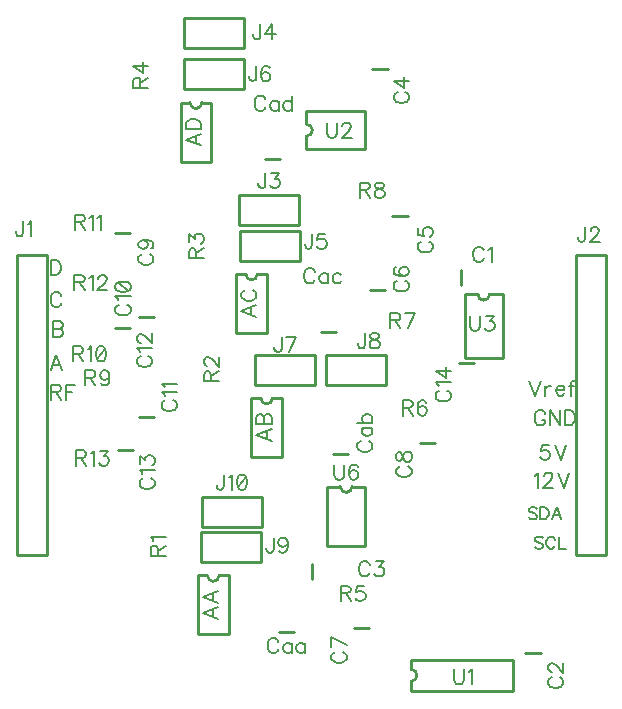
<source format=gbr>
G04 DipTrace 3.0.0.2*
G04 TopSilk.gbr*
%MOMM*%
G04 #@! TF.FileFunction,Legend,Top*
G04 #@! TF.Part,Single*
%ADD10C,0.25*%
%ADD44C,0.19608*%
%ADD45C,0.15686*%
%FSLAX35Y35*%
G04*
G71*
G90*
G75*
G01*
G04 TopSilk*
%LPD*%
X2637199Y2656878D2*
D10*
Y2156868D1*
X2897235Y2656878D2*
Y2156868D1*
X2637199D2*
X2897235D1*
X2717193Y2656878D2*
X2637199D1*
X2817241D2*
X2897235D1*
X2717193D2*
G03X2817241Y2656878I50024J23D01*
G01*
X3088905Y4159505D2*
Y3659495D1*
X3348941Y4159505D2*
Y3659495D1*
X3088905D2*
X3348941D1*
X3168899Y4159505D2*
X3088905D1*
X3268947D2*
X3348941D1*
X3168899D2*
G03X3268947Y4159505I50024J23D01*
G01*
X2961232Y5209505D2*
Y4709495D1*
X3221268Y5209505D2*
Y4709495D1*
X2961232D2*
X3221268D1*
X3041226Y5209505D2*
X2961232D1*
X3141274D2*
X3221268D1*
X3041226D2*
G03X3141274Y5209505I50024J23D01*
G01*
X2489982Y6659505D2*
Y6159495D1*
X2750018Y6659505D2*
Y6159495D1*
X2489982D2*
X2750018D1*
X2569976Y6659505D2*
X2489982D1*
X2670024D2*
X2750018D1*
X2569976D2*
G03X2670024Y6659505I50024J23D01*
G01*
X4867127Y5112297D2*
Y5242197D1*
X5409207Y1999027D2*
X5539107D1*
X3605357Y2622660D2*
Y2752560D1*
X4114547Y6945657D2*
X4244447D1*
X4284567Y5696083D2*
X4414467D1*
X4222930Y5076447D2*
X4093030D1*
X3957950Y2210467D2*
X4087850D1*
X4514237Y3776263D2*
X4644137D1*
X1935050Y5555053D2*
X2064950D1*
X2264950Y4844947D2*
X2135050D1*
X2264950Y3994947D2*
X2135050D1*
X1935050Y4755053D2*
X2064950D1*
X1956827Y3716893D2*
X2086727D1*
X4846403Y4455547D2*
X4976303D1*
X3452063Y2176360D2*
X3322163D1*
X3911750Y3682977D2*
X3781850D1*
X3806883Y4716673D2*
X3676983D1*
X3332777Y6182977D2*
X3202877D1*
X1104996Y2829949D2*
X1359000D1*
Y5370051D1*
X1104996D1*
Y2829949D1*
X6095004Y5370051D2*
X5841000D1*
Y2829949D1*
X6095004D1*
Y5370051D1*
X2986623Y5623780D2*
X3494623D1*
Y5877780D1*
X2986623D1*
Y5623780D1*
X3031000Y7377000D2*
X2523000D1*
Y7123000D1*
X3031000D1*
Y7377000D1*
X2990250Y5323000D2*
X3498250D1*
Y5577000D1*
X2990250D1*
Y5323000D1*
X2519000Y6773000D2*
X3027000D1*
Y7027000D1*
X2519000D1*
Y6773000D1*
X3117923Y4273000D2*
X3625923D1*
Y4527000D1*
X3117923D1*
Y4273000D1*
X3717923D2*
X4225923D1*
Y4527000D1*
X3717923D1*
Y4273000D1*
X2666217Y2770373D2*
X3174217D1*
Y3024373D1*
X2666217D1*
Y2770373D1*
X3178217Y3324373D2*
X2670217D1*
Y3070373D1*
X3178217D1*
Y3324373D1*
X4442270Y1681429D2*
X5302297D1*
X4442270Y1941465D2*
X5302297D1*
Y1681429D2*
Y1941465D1*
X4442270Y1681429D2*
Y1761423D1*
Y1861471D2*
Y1941465D1*
Y1761423D2*
G03X4442270Y1861471I30J50024D01*
G01*
X3555695Y6266000D2*
X4055698D1*
X3555695Y6585960D2*
X4055698D1*
Y6266000D2*
Y6585960D1*
X3555695Y6266000D2*
Y6375972D1*
Y6475988D2*
Y6585960D1*
Y6375972D2*
G03X3555695Y6475988I-8J50008D01*
G01*
X4896746Y5036818D2*
Y4496815D1*
X5216714Y5036818D2*
Y4496815D1*
X4896746D2*
X5216714D1*
X4896746Y5036818D2*
X5006721D1*
X5106739D2*
X5216714D1*
X5006721D2*
G03X5106739Y5036818I50009J59D01*
G01*
X3733403Y3409345D2*
Y2909342D1*
X4053363Y3409345D2*
Y2909342D1*
X3733403D2*
X4053363D1*
X3733403Y3409345D2*
X3843375D1*
X3943391D2*
X4053363D1*
X3843375D2*
G03X3943391Y3409345I50008J8D01*
G01*
X2808840Y2387269D2*
D44*
X2681230Y2338556D1*
X2808840Y2289983D1*
X2766303Y2308233D2*
Y2369019D1*
X2808840Y2523771D2*
X2681230Y2475058D1*
X2808840Y2426485D1*
X2766303Y2444735D2*
Y2505521D1*
X3260546Y3896002D2*
X3132937Y3847289D1*
X3260546Y3798716D1*
X3218010Y3816966D2*
Y3877752D1*
X3132937Y3935218D2*
X3260546D1*
Y3989968D1*
X3254369Y4008218D1*
X3248333Y4014254D1*
X3236260Y4020291D1*
X3218010D1*
X3205796Y4014255D1*
X3199760Y4008218D1*
X3193723Y3989968D1*
X3187546Y4008218D1*
X3181510Y4014255D1*
X3169437Y4020291D1*
X3157223D1*
X3145150Y4014255D1*
X3138973Y4008218D1*
X3132937Y3989968D1*
Y3935218D1*
X3193723D2*
Y3989968D1*
X3132873Y4942984D2*
X3005263Y4894271D1*
X3132873Y4845698D1*
X3090337Y4863948D2*
Y4924734D1*
X3035587Y5073309D2*
X3023514Y5067273D1*
X3011300Y5055059D1*
X3005264Y5042986D1*
Y5018700D1*
X3011300Y5006486D1*
X3023514Y4994413D1*
X3035587Y4988236D1*
X3053837Y4982200D1*
X3084300D1*
X3102410Y4988236D1*
X3114623Y4994413D1*
X3126696Y5006486D1*
X3132873Y5018700D1*
Y5042986D1*
X3126696Y5055059D1*
X3114623Y5067273D1*
X3102410Y5073309D1*
X2661623Y6396002D2*
X2534013Y6347289D1*
X2661623Y6298716D1*
X2619087Y6316966D2*
Y6377752D1*
X2534014Y6435218D2*
X2661623D1*
Y6477754D1*
X2655446Y6496004D1*
X2643373Y6508218D1*
X2631160Y6514254D1*
X2613050Y6520291D1*
X2582587D1*
X2564337Y6514255D1*
X2552264Y6508218D1*
X2540050Y6496005D1*
X2534014Y6477755D1*
Y6435218D1*
X5057869Y5407910D2*
X5051832Y5419983D1*
X5039619Y5432197D1*
X5027545Y5438233D1*
X5003259D1*
X4991045Y5432197D1*
X4978972Y5419983D1*
X4972795Y5407910D1*
X4966759Y5389660D1*
Y5359197D1*
X4972795Y5341087D1*
X4978972Y5328874D1*
X4991045Y5316801D1*
X5003259Y5310624D1*
X5027545D1*
X5039619Y5316801D1*
X5051832Y5328874D1*
X5057869Y5341087D1*
X5097084Y5413806D2*
X5109298Y5419983D1*
X5127548Y5438093D1*
Y5310624D1*
X5632253Y1794634D2*
X5620180Y1788597D1*
X5607967Y1776384D1*
X5601930Y1764311D1*
Y1740024D1*
X5607967Y1727811D1*
X5620180Y1715738D1*
X5632253Y1709561D1*
X5650503Y1703524D1*
X5680967D1*
X5699076Y1709561D1*
X5711290Y1715738D1*
X5723363Y1727811D1*
X5729540Y1740024D1*
Y1764311D1*
X5723363Y1776384D1*
X5711290Y1788597D1*
X5699076Y1794634D1*
X5632394Y1840027D2*
X5626357D1*
X5614144Y1846063D1*
X5608107Y1852100D1*
X5602071Y1864313D1*
Y1888600D1*
X5608107Y1900673D1*
X5614144Y1906709D1*
X5626357Y1912886D1*
X5638430D1*
X5650644Y1906709D1*
X5668753Y1894636D1*
X5729540Y1833849D1*
Y1918923D1*
X4090807Y2745924D2*
X4084771Y2757997D1*
X4072557Y2770210D1*
X4060484Y2776247D1*
X4036197D1*
X4023984Y2770210D1*
X4011911Y2757997D1*
X4005734Y2745924D1*
X3999697Y2727674D1*
Y2697210D1*
X4005734Y2679100D1*
X4011911Y2666887D1*
X4023984Y2654814D1*
X4036197Y2648637D1*
X4060484D1*
X4072557Y2654814D1*
X4084771Y2666887D1*
X4090807Y2679100D1*
X4142236Y2776106D2*
X4208919D1*
X4172559Y2727533D1*
X4190809D1*
X4202882Y2721497D1*
X4208919Y2715460D1*
X4215096Y2697210D1*
Y2685137D1*
X4208919Y2666887D1*
X4196846Y2654674D1*
X4178596Y2648637D1*
X4160346D1*
X4142236Y2654674D1*
X4136200Y2660850D1*
X4130023Y2672924D1*
X4327473Y6747086D2*
X4315400Y6741049D1*
X4303187Y6728836D1*
X4297150Y6716763D1*
Y6692476D1*
X4303187Y6680263D1*
X4315400Y6668190D1*
X4327473Y6662013D1*
X4345723Y6655976D1*
X4376187D1*
X4394296Y6662013D1*
X4406510Y6668190D1*
X4418583Y6680263D1*
X4424760Y6692476D1*
Y6716763D1*
X4418583Y6728836D1*
X4406510Y6741049D1*
X4394296Y6747086D1*
X4424760Y6847088D2*
X4297291D1*
X4382223Y6786301D1*
Y6877411D1*
X4527767Y5483537D2*
X4515694Y5477501D1*
X4503480Y5465287D1*
X4497443Y5453214D1*
Y5428928D1*
X4503480Y5416714D1*
X4515693Y5404641D1*
X4527766Y5398464D1*
X4546016Y5392428D1*
X4576480D1*
X4594590Y5398464D1*
X4606803Y5404641D1*
X4618876Y5416714D1*
X4625053Y5428928D1*
Y5453214D1*
X4618876Y5465287D1*
X4606803Y5477501D1*
X4594590Y5483537D1*
X4497584Y5595613D2*
Y5534966D1*
X4552194Y5528930D1*
X4546157Y5534966D1*
X4539980Y5553216D1*
Y5571326D1*
X4546157Y5589576D1*
X4558230Y5601789D1*
X4576480Y5607826D1*
X4588553D1*
X4606803Y5601789D1*
X4619017Y5589576D1*
X4625053Y5571326D1*
Y5553216D1*
X4619017Y5534966D1*
X4612840Y5528930D1*
X4600767Y5522753D1*
X4325607Y5152692D2*
X4313534Y5146656D1*
X4301320Y5134443D1*
X4295283Y5122369D1*
Y5098083D1*
X4301320Y5085869D1*
X4313533Y5073796D1*
X4325606Y5067619D1*
X4343856Y5061583D1*
X4374320D1*
X4392430Y5067619D1*
X4404643Y5073796D1*
X4416716Y5085869D1*
X4422893Y5098083D1*
Y5122369D1*
X4416716Y5134442D1*
X4404643Y5146656D1*
X4392430Y5152692D1*
X4313534Y5264768D2*
X4301460Y5258731D1*
X4295424Y5240481D1*
Y5228408D1*
X4301460Y5210158D1*
X4319710Y5197945D1*
X4350034Y5191908D1*
X4380357D1*
X4404643Y5197945D1*
X4416857Y5210158D1*
X4422893Y5228408D1*
Y5234444D1*
X4416857Y5252554D1*
X4404643Y5264768D1*
X4386393Y5270804D1*
X4380357D1*
X4362107Y5264768D1*
X4350034Y5252554D1*
X4343997Y5234445D1*
Y5228408D1*
X4350034Y5210158D1*
X4362107Y5197945D1*
X4380357Y5191908D1*
X3798077Y2008011D2*
X3786004Y2001974D1*
X3773790Y1989761D1*
X3767753Y1977688D1*
Y1953401D1*
X3773790Y1941188D1*
X3786003Y1929115D1*
X3798076Y1922938D1*
X3816326Y1916901D1*
X3846790D1*
X3864900Y1922938D1*
X3877113Y1929115D1*
X3889186Y1941188D1*
X3895363Y1953401D1*
Y1977687D1*
X3889186Y1989761D1*
X3877113Y2001974D1*
X3864900Y2008011D1*
X3895363Y2071513D2*
X3767894Y2132299D1*
Y2047226D1*
X4348523Y3579718D2*
X4336450Y3573681D1*
X4324237Y3561468D1*
X4318200Y3549395D1*
Y3525108D1*
X4324237Y3512895D1*
X4336450Y3500821D1*
X4348523Y3494645D1*
X4366773Y3488608D1*
X4397237D1*
X4415346Y3494645D1*
X4427560Y3500821D1*
X4439633Y3512894D1*
X4445810Y3525108D1*
Y3549394D1*
X4439633Y3561467D1*
X4427560Y3573681D1*
X4415346Y3579717D1*
X4318341Y3649256D2*
X4324377Y3631147D1*
X4336450Y3624970D1*
X4348664D1*
X4360737Y3631147D1*
X4366914Y3643220D1*
X4372950Y3667506D1*
X4378987Y3685756D1*
X4391200Y3697829D1*
X4403273Y3703866D1*
X4421523D1*
X4433596Y3697829D1*
X4439773Y3691793D1*
X4445810Y3673543D1*
Y3649256D1*
X4439773Y3631146D1*
X4433596Y3624970D1*
X4421523Y3618933D1*
X4403273D1*
X4391200Y3624970D1*
X4378987Y3637183D1*
X4372950Y3655293D1*
X4366914Y3679579D1*
X4360737Y3691793D1*
X4348664Y3697829D1*
X4336450D1*
X4324377Y3691793D1*
X4318341Y3673543D1*
Y3649256D1*
X2163497Y5379672D2*
X2151424Y5373636D1*
X2139210Y5361422D1*
X2133173Y5349349D1*
Y5325063D1*
X2139210Y5312849D1*
X2151423Y5300776D1*
X2163496Y5294599D1*
X2181746Y5288563D1*
X2212210D1*
X2230320Y5294599D1*
X2242533Y5300776D1*
X2254606Y5312849D1*
X2260783Y5325063D1*
Y5349349D1*
X2254606Y5361422D1*
X2242533Y5373636D1*
X2230320Y5379672D1*
X2175710Y5497924D2*
X2193960Y5491747D1*
X2206174Y5479674D1*
X2212210Y5461424D1*
Y5455388D1*
X2206174Y5437138D1*
X2193960Y5425065D1*
X2175710Y5418888D1*
X2169674D1*
X2151424Y5425065D1*
X2139350Y5437138D1*
X2133314Y5455388D1*
Y5461424D1*
X2139350Y5479674D1*
X2151424Y5491747D1*
X2175710Y5497924D1*
X2206174D1*
X2236497Y5491747D1*
X2254747Y5479674D1*
X2260783Y5461424D1*
Y5449351D1*
X2254747Y5431101D1*
X2242533Y5425065D1*
X1969337Y4949484D2*
X1957264Y4943448D1*
X1945050Y4931234D1*
X1939013Y4919161D1*
Y4894875D1*
X1945050Y4882661D1*
X1957263Y4870588D1*
X1969336Y4864411D1*
X1987586Y4858375D1*
X2018050D1*
X2036160Y4864411D1*
X2048373Y4870588D1*
X2060446Y4882661D1*
X2066623Y4894875D1*
Y4919161D1*
X2060446Y4931234D1*
X2048373Y4943448D1*
X2036160Y4949484D1*
X1963440Y4988700D2*
X1957264Y5000914D1*
X1939154Y5019164D1*
X2066623Y5019163D1*
X1939154Y5094879D2*
X1945190Y5076629D1*
X1963440Y5064416D1*
X1993764Y5058379D1*
X2012014D1*
X2042337Y5064416D1*
X2060587Y5076629D1*
X2066623Y5094879D1*
Y5106952D1*
X2060587Y5125202D1*
X2042337Y5137275D1*
X2012013Y5143452D1*
X1993764D1*
X1963440Y5137275D1*
X1945190Y5125202D1*
X1939154Y5106952D1*
Y5094879D1*
X1963440Y5137275D2*
X2042337Y5064416D1*
X2360723Y4139166D2*
X2348650Y4133129D1*
X2336437Y4120916D1*
X2330400Y4108843D1*
Y4084556D1*
X2336437Y4072343D1*
X2348650Y4060270D1*
X2360723Y4054093D1*
X2378973Y4048056D1*
X2409437D1*
X2427546Y4054093D1*
X2439760Y4060270D1*
X2451833Y4072343D1*
X2458010Y4084556D1*
Y4108843D1*
X2451833Y4120916D1*
X2439760Y4133129D1*
X2427546Y4139166D1*
X2354827Y4178382D2*
X2348650Y4190595D1*
X2330541Y4208845D1*
X2458010D1*
X2354827Y4248061D2*
X2348650Y4260274D1*
X2330541Y4278524D1*
X2458010D1*
X2151813Y4511914D2*
X2139740Y4505878D1*
X2127527Y4493664D1*
X2121490Y4481591D1*
Y4457305D1*
X2127527Y4445091D1*
X2139740Y4433018D1*
X2151813Y4426841D1*
X2170063Y4420805D1*
X2200527D1*
X2218636Y4426841D1*
X2230850Y4433018D1*
X2242923Y4445091D1*
X2249100Y4457305D1*
Y4481591D1*
X2242923Y4493664D1*
X2230850Y4505878D1*
X2218636Y4511914D1*
X2145917Y4551130D2*
X2139740Y4563344D1*
X2121631Y4581594D1*
X2249100Y4581593D1*
X2151954Y4626986D2*
X2145917D1*
X2133704Y4633023D1*
X2127667Y4639059D1*
X2121631Y4651273D1*
Y4675559D1*
X2127667Y4687632D1*
X2133704Y4693669D1*
X2145917Y4699846D1*
X2157990D1*
X2170204Y4693669D1*
X2188313Y4681596D1*
X2249100Y4620809D1*
Y4705882D1*
X2173590Y3479598D2*
X2161517Y3473561D1*
X2149303Y3461348D1*
X2143267Y3449275D1*
Y3424988D1*
X2149303Y3412775D1*
X2161517Y3400702D1*
X2173590Y3394525D1*
X2191840Y3388488D1*
X2222303D1*
X2240413Y3394525D1*
X2252626Y3400702D1*
X2264700Y3412775D1*
X2270876Y3424988D1*
Y3449275D1*
X2264700Y3461348D1*
X2252626Y3473561D1*
X2240413Y3479598D1*
X2167694Y3518813D2*
X2161517Y3531027D1*
X2143407Y3549277D1*
X2270876D1*
X2143407Y3600706D2*
Y3667389D1*
X2191980Y3631029D1*
Y3649279D1*
X2198017Y3661352D1*
X2204053Y3667389D1*
X2222303Y3673565D1*
X2234376D1*
X2252626Y3667389D1*
X2264840Y3655315D1*
X2270876Y3637065D1*
Y3618815D1*
X2264840Y3600706D1*
X2258663Y3594669D1*
X2246590Y3588492D1*
X4680690Y4221073D2*
X4668617Y4215036D1*
X4656403Y4202823D1*
X4650367Y4190750D1*
Y4166463D1*
X4656403Y4154250D1*
X4668617Y4142177D1*
X4680690Y4136000D1*
X4698940Y4129963D1*
X4729403D1*
X4747513Y4136000D1*
X4759726Y4142177D1*
X4771800Y4154250D1*
X4777976Y4166463D1*
Y4190750D1*
X4771800Y4202823D1*
X4759726Y4215036D1*
X4747513Y4221073D1*
X4674794Y4260288D2*
X4668617Y4272502D1*
X4650507Y4290752D1*
X4777976D1*
Y4390754D2*
X4650507D1*
X4735440Y4329967D1*
Y4421077D1*
X3318463Y2097297D2*
X3312426Y2109370D1*
X3300213Y2121583D1*
X3288140Y2127620D1*
X3263853D1*
X3251640Y2121583D1*
X3239567Y2109370D1*
X3233390Y2097297D1*
X3227353Y2079047D1*
Y2048583D1*
X3233390Y2030474D1*
X3239567Y2018260D1*
X3251640Y2006187D1*
X3263853Y2000010D1*
X3288140D1*
X3300213Y2006187D1*
X3312426Y2018260D1*
X3318463Y2030474D1*
X3430538Y2085083D2*
Y2000010D1*
Y2066833D2*
X3418465Y2079047D1*
X3406252Y2085083D1*
X3388142D1*
X3375929Y2079047D1*
X3363855Y2066833D1*
X3357679Y2048583D1*
Y2036510D1*
X3363855Y2018260D1*
X3375929Y2006187D1*
X3388142Y2000010D1*
X3406252D1*
X3418465Y2006187D1*
X3430538Y2018260D1*
X3542613Y2085083D2*
Y2000010D1*
Y2066833D2*
X3530540Y2079047D1*
X3518327Y2085083D1*
X3500217D1*
X3488004Y2079047D1*
X3475931Y2066833D1*
X3469754Y2048583D1*
Y2036510D1*
X3475931Y2018260D1*
X3488004Y2006187D1*
X3500217Y2000010D1*
X3518327D1*
X3530540Y2006187D1*
X3542613Y2018260D1*
X4016137Y3796483D2*
X4004064Y3790447D1*
X3991850Y3778233D1*
X3985813Y3766160D1*
Y3741874D1*
X3991850Y3729660D1*
X4004063Y3717587D1*
X4016136Y3711410D1*
X4034386Y3705374D1*
X4064850D1*
X4082960Y3711410D1*
X4095173Y3717587D1*
X4107246Y3729660D1*
X4113423Y3741873D1*
Y3766160D1*
X4107246Y3778233D1*
X4095173Y3790446D1*
X4082960Y3796483D1*
X4028350Y3908558D2*
X4113423D1*
X4046600D2*
X4034387Y3896485D1*
X4028350Y3884272D1*
Y3866162D1*
X4034387Y3853949D1*
X4046600Y3841876D1*
X4064850Y3835699D1*
X4076923D1*
X4095173Y3841876D1*
X4107246Y3853949D1*
X4113423Y3866162D1*
Y3884272D1*
X4107246Y3896485D1*
X4095173Y3908558D1*
X3985814Y3947774D2*
X4113423D1*
X4046600D2*
X4034387Y3959987D1*
X4028350Y3972060D1*
Y3990310D1*
X4034387Y4002383D1*
X4046600Y4014597D1*
X4064850Y4020633D1*
X4076923D1*
X4095173Y4014597D1*
X4107246Y4002383D1*
X4113423Y3990310D1*
Y3972060D1*
X4107246Y3959987D1*
X4095173Y3947774D1*
X3626399Y5227610D2*
X3620363Y5239683D1*
X3608149Y5251897D1*
X3596076Y5257933D1*
X3571790D1*
X3559576Y5251897D1*
X3547503Y5239683D1*
X3541326Y5227610D1*
X3535290Y5209360D1*
Y5178897D1*
X3541326Y5160787D1*
X3547503Y5148574D1*
X3559576Y5136501D1*
X3571790Y5130324D1*
X3596076D1*
X3608149Y5136501D1*
X3620363Y5148574D1*
X3626399Y5160787D1*
X3738475Y5215397D2*
Y5130324D1*
Y5197147D2*
X3726402Y5209360D1*
X3714188Y5215397D1*
X3696078D1*
X3683865Y5209360D1*
X3671792Y5197147D1*
X3665615Y5178897D1*
Y5166824D1*
X3671792Y5148574D1*
X3683865Y5136501D1*
X3696078Y5130324D1*
X3714188D1*
X3726402Y5136501D1*
X3738475Y5148574D1*
X3850690Y5197147D2*
X3838477Y5209360D1*
X3826263Y5215397D1*
X3808154D1*
X3795940Y5209360D1*
X3783867Y5197147D1*
X3777690Y5178897D1*
Y5166824D1*
X3783867Y5148574D1*
X3795940Y5136501D1*
X3808154Y5130324D1*
X3826263D1*
X3838477Y5136501D1*
X3850690Y5148574D1*
X3207673Y6688604D2*
X3201636Y6700677D1*
X3189423Y6712890D1*
X3177350Y6718927D1*
X3153063D1*
X3140850Y6712890D1*
X3128777Y6700677D1*
X3122600Y6688604D1*
X3116563Y6670354D1*
Y6639890D1*
X3122600Y6621780D1*
X3128777Y6609567D1*
X3140850Y6597494D1*
X3153063Y6591317D1*
X3177350D1*
X3189423Y6597494D1*
X3201636Y6609567D1*
X3207673Y6621780D1*
X3319748Y6676390D2*
Y6591317D1*
Y6658140D2*
X3307675Y6670354D1*
X3295462Y6676390D1*
X3277352D1*
X3265139Y6670354D1*
X3253065Y6658140D1*
X3246889Y6639890D1*
Y6627817D1*
X3253065Y6609567D1*
X3265139Y6597494D1*
X3277352Y6591317D1*
X3295462D1*
X3307675Y6597494D1*
X3319748Y6609567D1*
X3431823Y6718927D2*
Y6591317D1*
Y6658140D2*
X3419750Y6670354D1*
X3407537Y6676390D1*
X3389287D1*
X3377214Y6670354D1*
X3365000Y6658140D1*
X3358964Y6639890D1*
Y6627817D1*
X3365000Y6609567D1*
X3377214Y6597494D1*
X3389287Y6591317D1*
X3407537D1*
X3419750Y6597494D1*
X3431823Y6609567D1*
X1157804Y5653987D2*
Y5556840D1*
X1151767Y5538590D1*
X1145590Y5532554D1*
X1133517Y5526377D1*
X1121304D1*
X1109231Y5532554D1*
X1103194Y5538590D1*
X1097017Y5556840D1*
Y5568914D1*
X1197019Y5629560D2*
X1209233Y5635737D1*
X1227483Y5653846D1*
Y5526377D1*
X5916069Y5606023D2*
Y5508877D1*
X5910032Y5490627D1*
X5903855Y5484591D1*
X5891782Y5478414D1*
X5879569D1*
X5867496Y5484591D1*
X5861459Y5490627D1*
X5855282Y5508877D1*
Y5520950D1*
X5961461Y5575560D2*
Y5581596D1*
X5967498Y5593810D1*
X5973535Y5599846D1*
X5985748Y5605883D1*
X6010035D1*
X6022108Y5599846D1*
X6028144Y5593810D1*
X6034321Y5581596D1*
Y5569523D1*
X6028144Y5557310D1*
X6016071Y5539200D1*
X5955285Y5478414D1*
X6040358D1*
X3208872Y6063767D2*
Y5966620D1*
X3202836Y5948370D1*
X3196659Y5942334D1*
X3184586Y5936157D1*
X3172372D1*
X3160299Y5942334D1*
X3154263Y5948370D1*
X3148086Y5966620D1*
Y5978694D1*
X3260301Y6063626D2*
X3326984D1*
X3290624Y6015053D1*
X3308874D1*
X3320948Y6009017D1*
X3326984Y6002980D1*
X3333161Y5984730D1*
Y5972657D1*
X3326984Y5954407D1*
X3314911Y5942194D1*
X3296661Y5936157D1*
X3278411D1*
X3260301Y5942194D1*
X3254265Y5948370D1*
X3248088Y5960444D1*
X3167074Y7324013D2*
Y7226867D1*
X3161037Y7208617D1*
X3154860Y7202581D1*
X3142787Y7196404D1*
X3130574D1*
X3118501Y7202581D1*
X3112464Y7208617D1*
X3106287Y7226867D1*
Y7238940D1*
X3267076Y7196404D2*
Y7323873D1*
X3206290Y7238940D1*
X3297399D1*
X3604416Y5550033D2*
Y5452887D1*
X3598379Y5434637D1*
X3592202Y5428601D1*
X3580129Y5422424D1*
X3567916D1*
X3555842Y5428601D1*
X3549806Y5434637D1*
X3543629Y5452887D1*
Y5464960D1*
X3716491Y5549893D2*
X3655845D1*
X3649808Y5495283D1*
X3655845Y5501320D1*
X3674095Y5507497D1*
X3692204D1*
X3710454Y5501320D1*
X3722668Y5489247D1*
X3728704Y5470997D1*
Y5458924D1*
X3722668Y5440674D1*
X3710454Y5428460D1*
X3692204Y5422424D1*
X3674095D1*
X3655845Y5428460D1*
X3649808Y5434637D1*
X3643631Y5446710D1*
X3132007Y6968700D2*
Y6871554D1*
X3125971Y6853304D1*
X3119794Y6847267D1*
X3107721Y6841090D1*
X3095507D1*
X3083434Y6847267D1*
X3077398Y6853304D1*
X3071221Y6871554D1*
Y6883627D1*
X3244083Y6950450D2*
X3238046Y6962523D1*
X3219796Y6968560D1*
X3207723D1*
X3189473Y6962523D1*
X3177260Y6944273D1*
X3171223Y6913950D1*
Y6883627D1*
X3177260Y6859340D1*
X3189473Y6847127D1*
X3207723Y6841090D1*
X3213760D1*
X3231869Y6847127D1*
X3244083Y6859340D1*
X3250119Y6877590D1*
Y6883627D1*
X3244083Y6901877D1*
X3231869Y6913950D1*
X3213760Y6919986D1*
X3207723D1*
X3189473Y6913950D1*
X3177260Y6901877D1*
X3171223Y6883627D1*
X3345482Y4675813D2*
Y4578667D1*
X3339446Y4560417D1*
X3333269Y4554381D1*
X3321196Y4548204D1*
X3308982D1*
X3296909Y4554381D1*
X3290873Y4560417D1*
X3284696Y4578667D1*
Y4590740D1*
X3408984Y4548204D2*
X3469771Y4675673D1*
X3384698D1*
X4051762Y4707677D2*
Y4610530D1*
X4045726Y4592280D1*
X4039549Y4586244D1*
X4027476Y4580067D1*
X4015262D1*
X4003189Y4586244D1*
X3997153Y4592280D1*
X3990976Y4610530D1*
Y4622604D1*
X4121301Y4707536D2*
X4103192Y4701500D1*
X4097015Y4689427D1*
Y4677213D1*
X4103192Y4665140D1*
X4115265Y4658963D1*
X4139551Y4652927D1*
X4157801Y4646890D1*
X4169874Y4634677D1*
X4175911Y4622604D1*
Y4604354D1*
X4169874Y4592280D1*
X4163838Y4586104D1*
X4145588Y4580067D1*
X4121301D1*
X4103192Y4586104D1*
X4097015Y4592280D1*
X4090978Y4604354D1*
Y4622604D1*
X4097015Y4634677D1*
X4109228Y4646890D1*
X4127338Y4652927D1*
X4151624Y4658963D1*
X4163838Y4665140D1*
X4169874Y4677213D1*
Y4689427D1*
X4163838Y4701500D1*
X4145588Y4707536D1*
X4121301D1*
X3278090Y2976167D2*
Y2879020D1*
X3272054Y2860770D1*
X3265877Y2854734D1*
X3253804Y2848557D1*
X3241590D1*
X3229517Y2854734D1*
X3223481Y2860770D1*
X3217304Y2879020D1*
Y2891094D1*
X3396343Y2933630D2*
X3390166Y2915380D1*
X3378093Y2903167D1*
X3359843Y2897130D1*
X3353806D1*
X3335556Y2903167D1*
X3323483Y2915380D1*
X3317306Y2933630D1*
Y2939667D1*
X3323483Y2957917D1*
X3335556Y2969990D1*
X3353806Y2976026D1*
X3359843D1*
X3378093Y2969990D1*
X3390166Y2957917D1*
X3396343Y2933630D1*
Y2903167D1*
X3390166Y2872844D1*
X3378093Y2854594D1*
X3359843Y2848557D1*
X3347770D1*
X3329520Y2854594D1*
X3323483Y2866807D1*
X2857626Y3510360D2*
Y3413214D1*
X2851589Y3394964D1*
X2845413Y3388927D1*
X2833339Y3382750D1*
X2821126D1*
X2809053Y3388927D1*
X2803016Y3394964D1*
X2796839Y3413214D1*
Y3425287D1*
X2896842Y3485933D2*
X2909055Y3492110D1*
X2927305Y3510220D1*
Y3382750D1*
X3003021Y3510220D2*
X2984771Y3504183D1*
X2972557Y3485933D1*
X2966521Y3455610D1*
Y3437360D1*
X2972557Y3407037D1*
X2984771Y3388787D1*
X3003021Y3382750D1*
X3015094D1*
X3033344Y3388787D1*
X3045417Y3407037D1*
X3051594Y3437360D1*
Y3455610D1*
X3045417Y3485933D1*
X3033344Y3504183D1*
X3015094Y3510220D1*
X3003021D1*
X3045417Y3485933D2*
X2972557Y3407037D1*
X2297017Y2824998D2*
Y2879607D1*
X2290840Y2897857D1*
X2284803Y2904034D1*
X2272730Y2910071D1*
X2260517D1*
X2248444Y2904034D1*
X2242267Y2897857D1*
X2236230Y2879607D1*
Y2824998D1*
X2363840D1*
X2297017Y2867534D2*
X2363840Y2910070D1*
X2260657Y2949286D2*
X2254480Y2961500D1*
X2236371Y2979750D1*
X2363840Y2979749D1*
X2748723Y4300319D2*
Y4354929D1*
X2742546Y4373179D1*
X2736510Y4379356D1*
X2724437Y4385392D1*
X2712223D1*
X2700150Y4379356D1*
X2693973Y4373179D1*
X2687937Y4354929D1*
Y4300319D1*
X2815546D1*
X2748723Y4342856D2*
X2815546Y4385392D1*
X2718400Y4430785D2*
X2712364D1*
X2700150Y4436822D1*
X2694114Y4442858D1*
X2688077Y4455071D1*
Y4479358D1*
X2694114Y4491431D1*
X2700150Y4497468D1*
X2712364Y4503645D1*
X2724437Y4503644D1*
X2736650Y4497468D1*
X2754760Y4485394D1*
X2815546Y4424608D1*
Y4509681D1*
X2621050Y5340319D2*
Y5394929D1*
X2614873Y5413179D1*
X2608837Y5419356D1*
X2596764Y5425392D1*
X2584550D1*
X2572477Y5419356D1*
X2566300Y5413179D1*
X2560263Y5394929D1*
Y5340319D1*
X2687873D1*
X2621050Y5382856D2*
X2687873Y5425392D1*
X2560404Y5476822D2*
Y5543504D1*
X2608977Y5507145D1*
Y5525394D1*
X2615014Y5537468D1*
X2621050Y5543504D1*
X2639300Y5549681D1*
X2651373D1*
X2669623Y5543504D1*
X2681837Y5531431D1*
X2687873Y5513181D1*
Y5494931D1*
X2681837Y5476821D1*
X2675660Y5470785D1*
X2663587Y5464608D1*
X2149800Y6787301D2*
Y6841911D1*
X2143623Y6860161D1*
X2137587Y6866338D1*
X2125514Y6872374D1*
X2113300D1*
X2101227Y6866338D1*
X2095050Y6860161D1*
X2089013Y6841911D1*
Y6787301D1*
X2216623D1*
X2149800Y6829838D2*
X2216623Y6872374D1*
Y6972376D2*
X2089154D1*
X2174087Y6911590D1*
Y7002699D1*
X3847509Y2506880D2*
X3902119D1*
X3920369Y2513057D1*
X3926546Y2519094D1*
X3932582Y2531167D1*
Y2543380D1*
X3926546Y2555453D1*
X3920369Y2561630D1*
X3902119Y2567667D1*
X3847509D1*
Y2440057D1*
X3890046Y2506880D2*
X3932582Y2440057D1*
X4044657Y2567526D2*
X3984011D1*
X3977975Y2512917D1*
X3984011Y2518953D1*
X4002261Y2525130D1*
X4020371D1*
X4038621Y2518953D1*
X4050834Y2506880D1*
X4056871Y2488630D1*
Y2476557D1*
X4050834Y2458307D1*
X4038621Y2446094D1*
X4020371Y2440057D1*
X4002261D1*
X3984011Y2446094D1*
X3977975Y2452270D1*
X3971798Y2464344D1*
X4372344Y4077530D2*
X4426954D1*
X4445204Y4083707D1*
X4451381Y4089744D1*
X4457417Y4101817D1*
Y4114030D1*
X4451381Y4126103D1*
X4445204Y4132280D1*
X4426954Y4138317D1*
X4372344D1*
Y4010707D1*
X4414881Y4077530D2*
X4457417Y4010707D1*
X4569493Y4120067D2*
X4563456Y4132140D1*
X4545206Y4138176D1*
X4533133D1*
X4514883Y4132140D1*
X4502670Y4113890D1*
X4496633Y4083567D1*
Y4053244D1*
X4502670Y4028957D1*
X4514883Y4016744D1*
X4533133Y4010707D1*
X4539170D1*
X4557279Y4016744D1*
X4569493Y4028957D1*
X4575529Y4047207D1*
Y4053244D1*
X4569493Y4071494D1*
X4557279Y4083567D1*
X4539170Y4089603D1*
X4533133D1*
X4514883Y4083567D1*
X4502670Y4071494D1*
X4496633Y4053244D1*
X4265912Y4815573D2*
X4320522D1*
X4338772Y4821750D1*
X4344949Y4827787D1*
X4350985Y4839860D1*
Y4852073D1*
X4344949Y4864146D1*
X4338772Y4870323D1*
X4320522Y4876360D1*
X4265912D1*
Y4748750D1*
X4308449Y4815573D2*
X4350985Y4748750D1*
X4414488D2*
X4475274Y4876220D1*
X4390201D1*
X4008376Y5922390D2*
X4062986D1*
X4081236Y5928567D1*
X4087412Y5934604D1*
X4093449Y5946677D1*
Y5958890D1*
X4087412Y5970963D1*
X4081236Y5977140D1*
X4062986Y5983177D1*
X4008376D1*
Y5855567D1*
X4050912Y5922390D2*
X4093449Y5855567D1*
X4162988Y5983036D2*
X4144878Y5977000D1*
X4138701Y5964927D1*
Y5952713D1*
X4144878Y5940640D1*
X4156951Y5934463D1*
X4181238Y5928427D1*
X4199488Y5922390D1*
X4211561Y5910177D1*
X4217597Y5898104D1*
Y5879854D1*
X4211561Y5867780D1*
X4205524Y5861604D1*
X4187274Y5855567D1*
X4162988D1*
X4144878Y5861604D1*
X4138701Y5867780D1*
X4132665Y5879854D1*
Y5898104D1*
X4138701Y5910177D1*
X4150915Y5922390D1*
X4169024Y5928427D1*
X4193311Y5934463D1*
X4205524Y5940640D1*
X4211561Y5952713D1*
Y5964927D1*
X4205524Y5977000D1*
X4187274Y5983036D1*
X4162988D1*
X1684884Y4331667D2*
X1739494D1*
X1757744Y4337844D1*
X1763921Y4343880D1*
X1769957Y4355953D1*
Y4368167D1*
X1763921Y4380240D1*
X1757744Y4386417D1*
X1739494Y4392453D1*
X1684884D1*
Y4264844D1*
X1727421Y4331667D2*
X1769957Y4264844D1*
X1888209Y4349917D2*
X1882032Y4331667D1*
X1869959Y4319453D1*
X1851709Y4313417D1*
X1845673D1*
X1827423Y4319453D1*
X1815350Y4331667D1*
X1809173Y4349917D1*
Y4355953D1*
X1815350Y4374203D1*
X1827423Y4386276D1*
X1845673Y4392313D1*
X1851709D1*
X1869959Y4386276D1*
X1882032Y4374203D1*
X1888209Y4349917D1*
Y4319453D1*
X1882032Y4289130D1*
X1869959Y4270880D1*
X1851709Y4264844D1*
X1839636D1*
X1821386Y4270880D1*
X1815350Y4283094D1*
X1580260Y4534970D2*
X1634869D1*
X1653119Y4541147D1*
X1659296Y4547184D1*
X1665333Y4559257D1*
Y4571470D1*
X1659296Y4583543D1*
X1653119Y4589720D1*
X1634869Y4595757D1*
X1580260D1*
Y4468147D1*
X1622796Y4534970D2*
X1665333Y4468147D1*
X1704548Y4571330D2*
X1716762Y4577507D1*
X1735012Y4595616D1*
Y4468147D1*
X1810727Y4595616D2*
X1792477Y4589580D1*
X1780264Y4571330D1*
X1774227Y4541007D1*
Y4522757D1*
X1780264Y4492434D1*
X1792477Y4474184D1*
X1810727Y4468147D1*
X1822800D1*
X1841050Y4474184D1*
X1853124Y4492434D1*
X1859300Y4522757D1*
Y4541007D1*
X1853124Y4571330D1*
X1841050Y4589580D1*
X1822800Y4595616D1*
X1810727D1*
X1853124Y4571330D2*
X1780264Y4492434D1*
X1592784Y5649407D2*
X1647394D1*
X1665644Y5655584D1*
X1671821Y5661620D1*
X1677857Y5673693D1*
Y5685907D1*
X1671821Y5697980D1*
X1665644Y5704157D1*
X1647394Y5710193D1*
X1592784D1*
Y5582584D1*
X1635321Y5649407D2*
X1677857Y5582584D1*
X1717073Y5685766D2*
X1729287Y5691943D1*
X1747537Y5710053D1*
Y5582584D1*
X1786752Y5685766D2*
X1798966Y5691943D1*
X1817216Y5710053D1*
Y5582584D1*
X1592033Y5138257D2*
X1646642D1*
X1664892Y5144434D1*
X1671069Y5150470D1*
X1677106Y5162543D1*
Y5174757D1*
X1671069Y5186830D1*
X1664892Y5193007D1*
X1646642Y5199043D1*
X1592033D1*
Y5071434D1*
X1634569Y5138257D2*
X1677106Y5071434D1*
X1716322Y5174616D2*
X1728535Y5180793D1*
X1746785Y5198903D1*
Y5071434D1*
X1792178Y5168580D2*
Y5174616D1*
X1798214Y5186830D1*
X1804251Y5192866D1*
X1816464Y5198903D1*
X1840751D1*
X1852824Y5192866D1*
X1858860Y5186830D1*
X1865037Y5174616D1*
Y5162543D1*
X1858860Y5150330D1*
X1846787Y5132220D1*
X1786001Y5071434D1*
X1871074D1*
X1605716Y3653830D2*
X1660326D1*
X1678576Y3660007D1*
X1684753Y3666044D1*
X1690789Y3678117D1*
Y3690330D1*
X1684753Y3702403D1*
X1678576Y3708580D1*
X1660326Y3714617D1*
X1605716D1*
Y3587007D1*
X1648253Y3653830D2*
X1690789Y3587007D1*
X1730005Y3690190D2*
X1742218Y3696367D1*
X1760468Y3714476D1*
Y3587007D1*
X1811898Y3714476D2*
X1878580D1*
X1842221Y3665903D1*
X1860471D1*
X1872544Y3659867D1*
X1878580Y3653830D1*
X1884757Y3635580D1*
Y3623507D1*
X1878580Y3605257D1*
X1866507Y3593044D1*
X1848257Y3587007D1*
X1830007D1*
X1811898Y3593044D1*
X1805861Y3599220D1*
X1799684Y3611294D1*
X4805527Y1862930D2*
Y1771820D1*
X4811564Y1753570D1*
X4823777Y1741497D1*
X4842027Y1735320D1*
X4854100D1*
X4872350Y1741497D1*
X4884564Y1753570D1*
X4890600Y1771820D1*
Y1862930D1*
X4929816Y1838503D2*
X4942029Y1844680D1*
X4960279Y1862790D1*
Y1735320D1*
X3730222Y6489590D2*
Y6398480D1*
X3736259Y6380230D1*
X3748472Y6368157D1*
X3766722Y6361980D1*
X3778795D1*
X3797045Y6368157D1*
X3809259Y6380230D1*
X3815295Y6398480D1*
Y6489590D1*
X3860688Y6459126D2*
Y6465163D1*
X3866725Y6477376D1*
X3872761Y6483413D1*
X3884975Y6489450D1*
X3909261D1*
X3921334Y6483413D1*
X3927371Y6477376D1*
X3933548Y6465163D1*
Y6453090D1*
X3927371Y6440876D1*
X3915298Y6422767D1*
X3854511Y6361980D1*
X3939584D1*
X4940079Y4855735D2*
Y4764625D1*
X4946116Y4746375D1*
X4958329Y4734302D1*
X4976579Y4728125D1*
X4988652D1*
X5006902Y4734302D1*
X5019116Y4746375D1*
X5025152Y4764625D1*
Y4855735D1*
X5076581Y4855595D2*
X5143264D1*
X5106904Y4807021D1*
X5125154D1*
X5137227Y4800985D1*
X5143264Y4794948D1*
X5149441Y4776698D1*
Y4764625D1*
X5143264Y4746375D1*
X5131191Y4734162D1*
X5112941Y4728125D1*
X5094691D1*
X5076581Y4734162D1*
X5070545Y4740339D1*
X5064368Y4752412D1*
X3791791Y3595332D2*
Y3504222D1*
X3797827Y3485972D1*
X3810041Y3473899D1*
X3828291Y3467722D1*
X3840364D1*
X3858614Y3473899D1*
X3870827Y3485972D1*
X3876864Y3504222D1*
Y3595332D1*
X3988939Y3577082D2*
X3982903Y3589155D1*
X3964653Y3595191D1*
X3952580D1*
X3934330Y3589155D1*
X3922116Y3570905D1*
X3916080Y3540582D1*
Y3510259D1*
X3922116Y3485972D1*
X3934330Y3473759D1*
X3952580Y3467722D1*
X3958616D1*
X3976726Y3473759D1*
X3988939Y3485972D1*
X3994976Y3504222D1*
Y3510259D1*
X3988939Y3528509D1*
X3976726Y3540582D1*
X3958616Y3546618D1*
X3952580D1*
X3934330Y3540582D1*
X3922116Y3528509D1*
X3916080Y3510259D1*
X1390197Y5326532D2*
Y5198922D1*
X1432734D1*
X1450984Y5205099D1*
X1463197Y5217172D1*
X1469234Y5229385D1*
X1475270Y5247495D1*
Y5277959D1*
X1469234Y5296209D1*
X1463197Y5308282D1*
X1450984Y5320495D1*
X1432734Y5326532D1*
X1390197D1*
X1481307Y5026602D2*
X1475270Y5038675D1*
X1463057Y5050888D1*
X1450984Y5056925D1*
X1426697D1*
X1414484Y5050888D1*
X1402411Y5038675D1*
X1396234Y5026602D1*
X1390197Y5008352D1*
Y4977888D1*
X1396234Y4959779D1*
X1402411Y4947565D1*
X1414484Y4935492D1*
X1426697Y4929315D1*
X1450984D1*
X1463057Y4935492D1*
X1475270Y4947565D1*
X1481307Y4959779D1*
X1409804Y4806925D2*
Y4679315D1*
X1464554D1*
X1482804Y4685492D1*
X1488840Y4691529D1*
X1494877Y4703602D1*
Y4721852D1*
X1488840Y4734065D1*
X1482804Y4740102D1*
X1464554Y4746138D1*
X1482804Y4752315D1*
X1488840Y4758352D1*
X1494877Y4770425D1*
Y4782638D1*
X1488840Y4794711D1*
X1482804Y4800888D1*
X1464554Y4806925D1*
X1409804D1*
Y4746138D2*
X1464554D1*
X1487484Y4398922D2*
X1438770Y4526532D1*
X1390197Y4398922D1*
X1408447Y4441459D2*
X1469234D1*
X1394161Y4210072D2*
X1448770D1*
X1467020Y4216249D1*
X1473197Y4222285D1*
X1479234Y4234358D1*
Y4246572D1*
X1473197Y4258645D1*
X1467020Y4264822D1*
X1448770Y4270858D1*
X1394161D1*
Y4143249D1*
X1436697Y4210072D2*
X1479234Y4143249D1*
X1597486Y4270858D2*
X1518449D1*
Y4143249D1*
Y4210072D2*
X1567022D1*
X5443217Y4306925D2*
X5491790Y4179315D1*
X5540363Y4306925D1*
X5579579Y4264388D2*
Y4179315D1*
Y4227888D2*
X5585756Y4246138D1*
X5597829Y4258352D1*
X5610043Y4264388D1*
X5628293D1*
X5667508Y4227888D2*
X5740368D1*
Y4240102D1*
X5734331Y4252315D1*
X5728295Y4258352D1*
X5716081Y4264388D1*
X5697831D1*
X5685758Y4258352D1*
X5673545Y4246138D1*
X5667508Y4227888D1*
Y4215815D1*
X5673545Y4197565D1*
X5685758Y4185492D1*
X5697831Y4179315D1*
X5716081D1*
X5728295Y4185492D1*
X5740368Y4197565D1*
X5828157Y4306925D2*
X5816084D1*
X5803870Y4300888D1*
X5797834Y4282638D1*
Y4179315D1*
X5779584Y4264388D2*
X5822120D1*
X5578340Y4025415D2*
X5572304Y4037488D1*
X5560090Y4049702D1*
X5548017Y4055738D1*
X5523731D1*
X5511517Y4049702D1*
X5499444Y4037488D1*
X5493267Y4025415D1*
X5487231Y4007165D1*
Y3976702D1*
X5493267Y3958592D1*
X5499444Y3946379D1*
X5511517Y3934306D1*
X5523731Y3928129D1*
X5548017D1*
X5560090Y3934306D1*
X5572304Y3946379D1*
X5578340Y3958592D1*
Y3976702D1*
X5548017D1*
X5702629Y4055738D2*
Y3928129D1*
X5617556Y4055738D1*
Y3928129D1*
X5741845Y4055738D2*
Y3928129D1*
X5784381D1*
X5802631Y3934306D1*
X5814845Y3946379D1*
X5820881Y3958592D1*
X5826918Y3976702D1*
Y4007165D1*
X5820881Y4025415D1*
X5814845Y4037488D1*
X5802631Y4049702D1*
X5784381Y4055738D1*
X5741845D1*
X5607760Y3762815D2*
X5547114D1*
X5541078Y3708205D1*
X5547114Y3714241D1*
X5565364Y3720418D1*
X5583474D1*
X5601724Y3714241D1*
X5613937Y3702168D1*
X5619974Y3683918D1*
Y3671845D1*
X5613937Y3653595D1*
X5601724Y3641382D1*
X5583474Y3635345D1*
X5565364D1*
X5547114Y3641382D1*
X5541078Y3647559D1*
X5534901Y3659632D1*
X5659189Y3762955D2*
X5707762Y3635345D1*
X5756336Y3762955D1*
X5490197Y3502105D2*
X5502411Y3508282D1*
X5520661Y3526391D1*
Y3398922D1*
X5566053Y3496068D2*
Y3502105D1*
X5572090Y3514318D1*
X5578126Y3520355D1*
X5590340Y3526391D1*
X5614626D1*
X5626699Y3520355D1*
X5632736Y3514318D1*
X5638913Y3502105D1*
Y3490032D1*
X5632736Y3477818D1*
X5620663Y3459709D1*
X5559876Y3398922D1*
X5644949D1*
X5684165Y3526532D2*
X5732738Y3398922D1*
X5781311Y3526532D1*
X5506295Y3220547D2*
D45*
X5496636Y3230317D1*
X5482036Y3235147D1*
X5462607D1*
X5448007Y3230317D1*
X5438236Y3220547D1*
Y3210888D1*
X5443178Y3201117D1*
X5448007Y3196288D1*
X5457666Y3191459D1*
X5486866Y3181688D1*
X5496636Y3176859D1*
X5501466Y3171917D1*
X5506295Y3162259D1*
Y3147659D1*
X5496636Y3138000D1*
X5482036Y3133059D1*
X5462607D1*
X5448007Y3138000D1*
X5438236Y3147659D1*
X5537667Y3235147D2*
Y3133059D1*
X5571697D1*
X5586297Y3138000D1*
X5596067Y3147659D1*
X5600897Y3157430D1*
X5605726Y3171917D1*
Y3196288D1*
X5600897Y3210888D1*
X5596067Y3220547D1*
X5586297Y3230317D1*
X5571697Y3235147D1*
X5537667D1*
X5714928Y3133059D2*
X5675957Y3235147D1*
X5637098Y3133059D1*
X5651698Y3167088D2*
X5700328D1*
X5556295Y2970547D2*
X5546636Y2980317D1*
X5532036Y2985147D1*
X5512607D1*
X5498007Y2980317D1*
X5488236Y2970547D1*
Y2960888D1*
X5493178Y2951117D1*
X5498007Y2946288D1*
X5507666Y2941459D1*
X5536866Y2931688D1*
X5546636Y2926859D1*
X5551466Y2921917D1*
X5556295Y2912259D1*
Y2897659D1*
X5546636Y2888000D1*
X5532036Y2883059D1*
X5512607D1*
X5498007Y2888000D1*
X5488236Y2897659D1*
X5660555Y2960888D2*
X5655726Y2970547D1*
X5645955Y2980317D1*
X5636297Y2985147D1*
X5616867D1*
X5607097Y2980317D1*
X5597438Y2970547D1*
X5592497Y2960888D1*
X5587667Y2946288D1*
Y2921917D1*
X5592497Y2907430D1*
X5597438Y2897659D1*
X5607097Y2888000D1*
X5616867Y2883059D1*
X5636297D1*
X5645955Y2888000D1*
X5655726Y2897659D1*
X5660555Y2907430D1*
X5691928Y2985147D2*
Y2883059D1*
X5750215D1*
M02*

</source>
